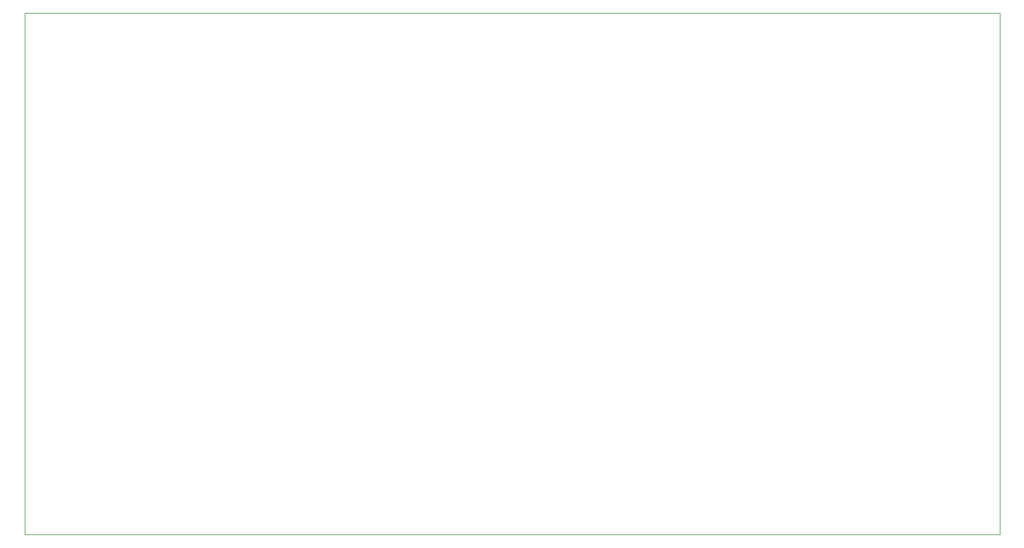
<source format=gbr>
G04 #@! TF.GenerationSoftware,KiCad,Pcbnew,8.0.6-1.fc40*
G04 #@! TF.CreationDate,2024-12-03T09:17:50+01:00*
G04 #@! TF.ProjectId,esp32_but2,65737033-325f-4627-9574-322e6b696361,rev?*
G04 #@! TF.SameCoordinates,Original*
G04 #@! TF.FileFunction,Profile,NP*
%FSLAX46Y46*%
G04 Gerber Fmt 4.6, Leading zero omitted, Abs format (unit mm)*
G04 Created by KiCad (PCBNEW 8.0.6-1.fc40) date 2024-12-03 09:17:50*
%MOMM*%
%LPD*%
G01*
G04 APERTURE LIST*
G04 #@! TA.AperFunction,Profile*
%ADD10C,0.100000*%
G04 #@! TD*
G04 APERTURE END LIST*
D10*
X49000000Y-58000000D02*
X189000000Y-58000000D01*
X189000000Y-133000000D01*
X49000000Y-133000000D01*
X49000000Y-58000000D01*
M02*

</source>
